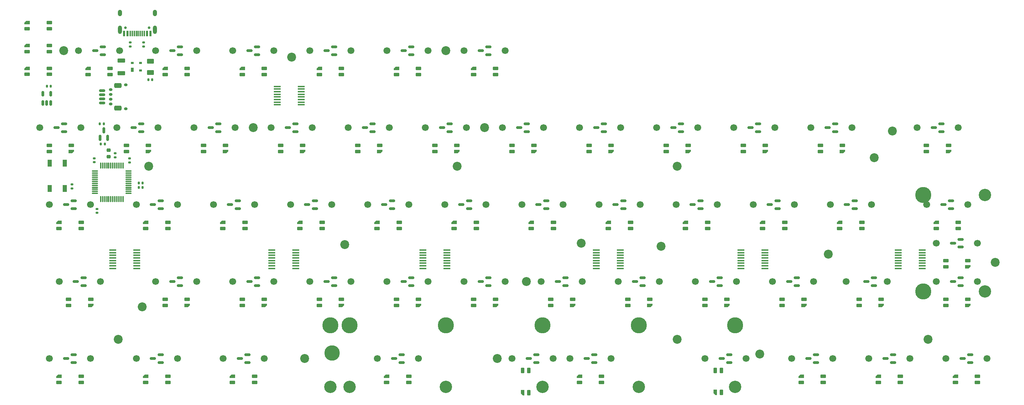
<source format=gbr>
G04 #@! TF.GenerationSoftware,KiCad,Pcbnew,(7.0.0)*
G04 #@! TF.CreationDate,2023-10-27T13:47:11+02:00*
G04 #@! TF.ProjectId,vootington V4N,766f6f74-696e-4677-946f-6e2056344e2e,rev?*
G04 #@! TF.SameCoordinates,Original*
G04 #@! TF.FileFunction,Soldermask,Bot*
G04 #@! TF.FilePolarity,Negative*
%FSLAX46Y46*%
G04 Gerber Fmt 4.6, Leading zero omitted, Abs format (unit mm)*
G04 Created by KiCad (PCBNEW (7.0.0)) date 2023-10-27 13:47:11*
%MOMM*%
%LPD*%
G01*
G04 APERTURE LIST*
G04 Aperture macros list*
%AMRoundRect*
0 Rectangle with rounded corners*
0 $1 Rounding radius*
0 $2 $3 $4 $5 $6 $7 $8 $9 X,Y pos of 4 corners*
0 Add a 4 corners polygon primitive as box body*
4,1,4,$2,$3,$4,$5,$6,$7,$8,$9,$2,$3,0*
0 Add four circle primitives for the rounded corners*
1,1,$1+$1,$2,$3*
1,1,$1+$1,$4,$5*
1,1,$1+$1,$6,$7*
1,1,$1+$1,$8,$9*
0 Add four rect primitives between the rounded corners*
20,1,$1+$1,$2,$3,$4,$5,0*
20,1,$1+$1,$4,$5,$6,$7,0*
20,1,$1+$1,$6,$7,$8,$9,0*
20,1,$1+$1,$8,$9,$2,$3,0*%
%AMFreePoly0*
4,1,18,-0.410000,0.593000,-0.403758,0.624380,-0.385983,0.650983,-0.359380,0.668758,-0.328000,0.675000,0.328000,0.675000,0.359380,0.668758,0.385983,0.650983,0.403758,0.624380,0.410000,0.593000,0.410000,-0.593000,0.403758,-0.624380,0.385983,-0.650983,0.359380,-0.668758,0.328000,-0.675000,0.000000,-0.675000,-0.410000,-0.265000,-0.410000,0.593000,-0.410000,0.593000,$1*%
G04 Aperture macros list end*
%ADD10C,2.200000*%
%ADD11C,1.700000*%
%ADD12C,3.048000*%
%ADD13C,3.987800*%
%ADD14C,3.800000*%
%ADD15RoundRect,0.082000X-0.328000X-0.593000X0.328000X-0.593000X0.328000X0.593000X-0.328000X0.593000X0*%
%ADD16FreePoly0,0.000000*%
%ADD17RoundRect,0.150000X0.150000X-0.512500X0.150000X0.512500X-0.150000X0.512500X-0.150000X-0.512500X0*%
%ADD18RoundRect,0.150000X0.587500X0.150000X-0.587500X0.150000X-0.587500X-0.150000X0.587500X-0.150000X0*%
%ADD19R,1.778000X0.419100*%
%ADD20RoundRect,0.082000X-0.593000X0.328000X-0.593000X-0.328000X0.593000X-0.328000X0.593000X0.328000X0*%
%ADD21FreePoly0,270.000000*%
%ADD22RoundRect,0.082000X0.593000X-0.328000X0.593000X0.328000X-0.593000X0.328000X-0.593000X-0.328000X0*%
%ADD23FreePoly0,90.000000*%
%ADD24R,1.100000X1.800000*%
%ADD25RoundRect,0.075000X0.662500X0.075000X-0.662500X0.075000X-0.662500X-0.075000X0.662500X-0.075000X0*%
%ADD26RoundRect,0.075000X0.075000X0.662500X-0.075000X0.662500X-0.075000X-0.662500X0.075000X-0.662500X0*%
%ADD27RoundRect,0.140000X0.140000X0.170000X-0.140000X0.170000X-0.140000X-0.170000X0.140000X-0.170000X0*%
%ADD28RoundRect,0.135000X0.185000X-0.135000X0.185000X0.135000X-0.185000X0.135000X-0.185000X-0.135000X0*%
%ADD29RoundRect,0.140000X-0.140000X-0.170000X0.140000X-0.170000X0.140000X0.170000X-0.140000X0.170000X0*%
%ADD30R,0.700000X1.000000*%
%ADD31R,0.700000X0.600000*%
%ADD32RoundRect,0.140000X-0.170000X0.140000X-0.170000X-0.140000X0.170000X-0.140000X0.170000X0.140000X0*%
%ADD33C,0.650000*%
%ADD34R,0.600000X1.450000*%
%ADD35R,0.300000X1.450000*%
%ADD36O,1.000000X1.600000*%
%ADD37O,1.000000X2.100000*%
%ADD38RoundRect,0.150000X-0.275000X0.150000X-0.275000X-0.150000X0.275000X-0.150000X0.275000X0.150000X0*%
%ADD39RoundRect,0.175000X-0.225000X0.175000X-0.225000X-0.175000X0.225000X-0.175000X0.225000X0.175000X0*%
%ADD40RoundRect,0.140000X0.170000X-0.140000X0.170000X0.140000X-0.170000X0.140000X-0.170000X-0.140000X0*%
%ADD41RoundRect,0.150000X-0.625000X0.150000X-0.625000X-0.150000X0.625000X-0.150000X0.625000X0.150000X0*%
%ADD42RoundRect,0.250000X-0.650000X0.350000X-0.650000X-0.350000X0.650000X-0.350000X0.650000X0.350000X0*%
%ADD43RoundRect,0.250000X0.700000X-0.275000X0.700000X0.275000X-0.700000X0.275000X-0.700000X-0.275000X0*%
%ADD44RoundRect,0.225000X0.250000X-0.225000X0.250000X0.225000X-0.250000X0.225000X-0.250000X-0.225000X0*%
%ADD45RoundRect,0.150000X0.150000X-0.587500X0.150000X0.587500X-0.150000X0.587500X-0.150000X-0.587500X0*%
%ADD46RoundRect,0.250000X-0.625000X0.375000X-0.625000X-0.375000X0.625000X-0.375000X0.625000X0.375000X0*%
G04 APERTURE END LIST*
D10*
X144462500Y-98425000D03*
X106744954Y-70226862D03*
D11*
X252888750Y-69850000D03*
X263048750Y-69850000D03*
D10*
X209309500Y-97302500D03*
D11*
X79057500Y-79375000D03*
X89217500Y-79375000D03*
X150495000Y-60325000D03*
X160655000Y-60325000D03*
X60007500Y-79375000D03*
X70167500Y-79375000D03*
X76676250Y-98425000D03*
X86836250Y-98425000D03*
X250507500Y-60325000D03*
X260667500Y-60325000D03*
X88582500Y-41275000D03*
X98742500Y-41275000D03*
X55245000Y-60325000D03*
X65405000Y-60325000D03*
D10*
X242093750Y-42068750D03*
D11*
X207645000Y-60325000D03*
X217805000Y-60325000D03*
X202882500Y-41275000D03*
X213042500Y-41275000D03*
X55245000Y-98425000D03*
X65405000Y-98425000D03*
D10*
X131762500Y-22225000D03*
D11*
X174307500Y-79375000D03*
X184467500Y-79375000D03*
X183832500Y-41275000D03*
X193992500Y-41275000D03*
D10*
X237562500Y-48674000D03*
D11*
X169545000Y-60325000D03*
X179705000Y-60325000D03*
D10*
X96837500Y-98425000D03*
D11*
X98107500Y-79375000D03*
X108267500Y-79375000D03*
X221932500Y-41275000D03*
X232092500Y-41275000D03*
X112395000Y-60325000D03*
X122555000Y-60325000D03*
D10*
X250825000Y-93662500D03*
D11*
X79057500Y-22225000D03*
X89217500Y-22225000D03*
X36195000Y-79375000D03*
X46355000Y-79375000D03*
D10*
X226218750Y-72531250D03*
D11*
X136207500Y-79375000D03*
X146367500Y-79375000D03*
X126682500Y-41275000D03*
X136842500Y-41275000D03*
X98107500Y-22225000D03*
X108267500Y-22225000D03*
X188595000Y-60325000D03*
X198755000Y-60325000D03*
X50482500Y-41275000D03*
X60642500Y-41275000D03*
D10*
X188912500Y-93662500D03*
D11*
X40957500Y-22225000D03*
X51117500Y-22225000D03*
D12*
X131762500Y-105410000D03*
D13*
X131762500Y-90170000D03*
D12*
X107950000Y-105410000D03*
D13*
X107950000Y-90170000D03*
D14*
X103662500Y-97024000D03*
D11*
X193357500Y-79375000D03*
X203517500Y-79375000D03*
X69532500Y-41275000D03*
X79692500Y-41275000D03*
D10*
X84137500Y-41275000D03*
X188912500Y-50800000D03*
D11*
X107632500Y-41275000D03*
X117792500Y-41275000D03*
D10*
X56715000Y-85573750D03*
D13*
X249713750Y-57943750D03*
X249713750Y-81756250D03*
D12*
X264953750Y-57943750D03*
X264953750Y-81756250D03*
D11*
X248126250Y-41275000D03*
X258286250Y-41275000D03*
X212407500Y-79375000D03*
X222567500Y-79375000D03*
X145732500Y-41275000D03*
X155892500Y-41275000D03*
X117157500Y-22225000D03*
X127317500Y-22225000D03*
D10*
X141287500Y-41275000D03*
X267493750Y-74612500D03*
X184943750Y-70643750D03*
D11*
X117157500Y-79375000D03*
X127317500Y-79375000D03*
X236220000Y-98425000D03*
X246380000Y-98425000D03*
D10*
X134512500Y-50800000D03*
D12*
X203193650Y-105410000D03*
D13*
X203193650Y-90170000D03*
D12*
X103181150Y-105410000D03*
D13*
X103181150Y-90170000D03*
D11*
X136207500Y-22225000D03*
X146367500Y-22225000D03*
X230663750Y-79375000D03*
X240823750Y-79375000D03*
X217170000Y-98425000D03*
X227330000Y-98425000D03*
X162401250Y-98425000D03*
X172561250Y-98425000D03*
X226695000Y-60325000D03*
X236855000Y-60325000D03*
X114776250Y-98425000D03*
X124936250Y-98425000D03*
X93345000Y-60325000D03*
X103505000Y-60325000D03*
X195738750Y-98425000D03*
X205898750Y-98425000D03*
X74295000Y-60325000D03*
X84455000Y-60325000D03*
X164782500Y-41275000D03*
X174942500Y-41275000D03*
X33813750Y-98425000D03*
X43973750Y-98425000D03*
D10*
X50800000Y-93662500D03*
D11*
X131445000Y-60325000D03*
X141605000Y-60325000D03*
X33813750Y-60325000D03*
X43973750Y-60325000D03*
X148107400Y-98425000D03*
X158267400Y-98425000D03*
X252888750Y-79375000D03*
X263048750Y-79375000D03*
D10*
X37306250Y-22225000D03*
D11*
X31432500Y-41275000D03*
X41592500Y-41275000D03*
D10*
X165162500Y-69850000D03*
D11*
X155257500Y-79375000D03*
X165417500Y-79375000D03*
X255270000Y-98425000D03*
X265430000Y-98425000D03*
X60007500Y-22225000D03*
X70167500Y-22225000D03*
D10*
X151606250Y-79375000D03*
D12*
X179387500Y-105410000D03*
D13*
X179387500Y-90170000D03*
D12*
X155575000Y-105410000D03*
D13*
X155575000Y-90170000D03*
D10*
X93662500Y-23812500D03*
X58312500Y-50800000D03*
D15*
X152212750Y-101395000D03*
X150712750Y-101395000D03*
X152212750Y-106845000D03*
D16*
X150712749Y-106844999D03*
D17*
X34093250Y-35172250D03*
X33143250Y-35172250D03*
X32193250Y-35172250D03*
X32193250Y-32897250D03*
X34093250Y-32897250D03*
D18*
X258906250Y-68900000D03*
X258906250Y-70800000D03*
X257031250Y-69850000D03*
D19*
X210569635Y-71563904D03*
X210569635Y-72214144D03*
X210569635Y-72864384D03*
X210569635Y-73514624D03*
X210569635Y-74159784D03*
X210569635Y-74810024D03*
X210569635Y-75460264D03*
X210569635Y-76110504D03*
X204620955Y-76110504D03*
X204620955Y-75460264D03*
X204620955Y-74810024D03*
X204620955Y-74159784D03*
X204620955Y-73514624D03*
X204620955Y-72864384D03*
X204620955Y-72214144D03*
X204620955Y-71563904D03*
D20*
X41618750Y-104279000D03*
X41618750Y-102779000D03*
X36168750Y-104279000D03*
D21*
X36168749Y-102778999D03*
D18*
X201756250Y-97475000D03*
X201756250Y-99375000D03*
X199881250Y-98425000D03*
D22*
X109987500Y-45629000D03*
X109987500Y-47129000D03*
X115437500Y-45629000D03*
D23*
X115437499Y-47128999D03*
D18*
X39831250Y-97475000D03*
X39831250Y-99375000D03*
X37956250Y-98425000D03*
D22*
X38550000Y-83729000D03*
X38550000Y-85229000D03*
X44000000Y-83729000D03*
D23*
X43999999Y-85228999D03*
D18*
X151750000Y-40325000D03*
X151750000Y-42225000D03*
X149875000Y-41275000D03*
D22*
X214762500Y-83729000D03*
X214762500Y-85229000D03*
X220212500Y-83729000D03*
D23*
X220212499Y-85228999D03*
D20*
X263075000Y-104279000D03*
X263075000Y-102779000D03*
X257625000Y-104279000D03*
D21*
X257624999Y-102778999D03*
D18*
X85075000Y-78425000D03*
X85075000Y-80325000D03*
X83200000Y-79375000D03*
X120793750Y-97475000D03*
X120793750Y-99375000D03*
X118918750Y-98425000D03*
D24*
X33868749Y-50081249D03*
X33868749Y-56281249D03*
X37568749Y-50081249D03*
X37568749Y-56281249D03*
D25*
X53375000Y-52018750D03*
X53375000Y-52518750D03*
X53375000Y-53018750D03*
X53375000Y-53518750D03*
X53375000Y-54018750D03*
X53375000Y-54518750D03*
X53375000Y-55018750D03*
X53375000Y-55518750D03*
X53375000Y-56018750D03*
X53375000Y-56518750D03*
X53375000Y-57018750D03*
X53375000Y-57518750D03*
D26*
X51962500Y-58931250D03*
X51462500Y-58931250D03*
X50962500Y-58931250D03*
X50462500Y-58931250D03*
X49962500Y-58931250D03*
X49462500Y-58931250D03*
X48962500Y-58931250D03*
X48462500Y-58931250D03*
X47962500Y-58931250D03*
X47462500Y-58931250D03*
X46962500Y-58931250D03*
X46462500Y-58931250D03*
D25*
X45050000Y-57518750D03*
X45050000Y-57018750D03*
X45050000Y-56518750D03*
X45050000Y-56018750D03*
X45050000Y-55518750D03*
X45050000Y-55018750D03*
X45050000Y-54518750D03*
X45050000Y-54018750D03*
X45050000Y-53518750D03*
X45050000Y-53018750D03*
X45050000Y-52518750D03*
X45050000Y-52018750D03*
D26*
X46462500Y-50606250D03*
X46962500Y-50606250D03*
X47462500Y-50606250D03*
X47962500Y-50606250D03*
X48462500Y-50606250D03*
X48962500Y-50606250D03*
X49462500Y-50606250D03*
X49962500Y-50606250D03*
X50462500Y-50606250D03*
X50962500Y-50606250D03*
X51462500Y-50606250D03*
X51962500Y-50606250D03*
D22*
X186187500Y-45629000D03*
X186187500Y-47129000D03*
X191637500Y-45629000D03*
D23*
X191637499Y-47128999D03*
D27*
X59217500Y-29368750D03*
X58257500Y-29368750D03*
D20*
X84481250Y-104279000D03*
X84481250Y-102779000D03*
X79031250Y-104279000D03*
D21*
X79031249Y-102778999D03*
D20*
X33737500Y-16790000D03*
X33737500Y-15290000D03*
X28287500Y-16790000D03*
D21*
X28287499Y-15289999D03*
D28*
X53721589Y-21147501D03*
X53721589Y-20127501D03*
D29*
X55866106Y-54997317D03*
X56826106Y-54997317D03*
D20*
X63050000Y-66179000D03*
X63050000Y-64679000D03*
X57600000Y-66179000D03*
D21*
X57599999Y-64678999D03*
D20*
X101150000Y-66179000D03*
X101150000Y-64679000D03*
X95700000Y-66179000D03*
D21*
X95699999Y-64678999D03*
D18*
X199375000Y-78425000D03*
X199375000Y-80325000D03*
X197500000Y-79375000D03*
X137462500Y-59375000D03*
X137462500Y-61275000D03*
X135587500Y-60325000D03*
D30*
X54309088Y-26943749D03*
D31*
X54309088Y-25243749D03*
X56309088Y-25243749D03*
X56309088Y-27143749D03*
D18*
X227950000Y-40325000D03*
X227950000Y-42225000D03*
X226075000Y-41275000D03*
X256525000Y-59375000D03*
X256525000Y-61275000D03*
X254650000Y-60325000D03*
X156512500Y-59375000D03*
X156512500Y-61275000D03*
X154637500Y-60325000D03*
D29*
X46250752Y-40310060D03*
X47210752Y-40310060D03*
D18*
X66025000Y-21275000D03*
X66025000Y-23175000D03*
X64150000Y-22225000D03*
D22*
X71887500Y-45629000D03*
X71887500Y-47129000D03*
X77337500Y-45629000D03*
D23*
X77337499Y-47128999D03*
D20*
X120200000Y-66179000D03*
X120200000Y-64679000D03*
X114750000Y-66179000D03*
D21*
X114749999Y-64678999D03*
D20*
X215450000Y-66179000D03*
X215450000Y-64679000D03*
X210000000Y-66179000D03*
D21*
X209999999Y-64678999D03*
D20*
X33737500Y-28055000D03*
X33737500Y-26555000D03*
X28287500Y-28055000D03*
D21*
X28287499Y-26554999D03*
D22*
X255243750Y-74204000D03*
X255243750Y-75704000D03*
X260693750Y-74204000D03*
D23*
X260693749Y-75703999D03*
D18*
X123175000Y-21275000D03*
X123175000Y-23175000D03*
X121300000Y-22225000D03*
X142225000Y-78425000D03*
X142225000Y-80325000D03*
X140350000Y-79375000D03*
D22*
X33787500Y-45629000D03*
X33787500Y-47129000D03*
X39237500Y-45629000D03*
D23*
X39237499Y-47128999D03*
D18*
X132700000Y-40325000D03*
X132700000Y-42225000D03*
X130825000Y-41275000D03*
D29*
X55859704Y-56073622D03*
X56819704Y-56073622D03*
D20*
X67812500Y-28079000D03*
X67812500Y-26579000D03*
X62362500Y-28079000D03*
D21*
X62362499Y-26578999D03*
D18*
X154131250Y-97475000D03*
X154131250Y-99375000D03*
X152256250Y-98425000D03*
D28*
X57037122Y-21176841D03*
X57037122Y-20156841D03*
D20*
X41618750Y-66179000D03*
X41618750Y-64679000D03*
X36168750Y-66179000D03*
D21*
X36168749Y-64678999D03*
D22*
X195712500Y-83729000D03*
X195712500Y-85229000D03*
X201162500Y-83729000D03*
D23*
X201162499Y-85228999D03*
D18*
X123175000Y-78425000D03*
X123175000Y-80325000D03*
X121300000Y-79375000D03*
D22*
X224287500Y-45629000D03*
X224287500Y-47129000D03*
X229737500Y-45629000D03*
D23*
X229737499Y-47128999D03*
D18*
X82693750Y-97475000D03*
X82693750Y-99375000D03*
X80818750Y-98425000D03*
D32*
X45574303Y-61406884D03*
X45574303Y-62366884D03*
D15*
X199825749Y-101338000D03*
X198325749Y-101338000D03*
X199825749Y-106788000D03*
D16*
X198325748Y-106787999D03*
D18*
X180325000Y-78425000D03*
X180325000Y-80325000D03*
X178450000Y-79375000D03*
X104125000Y-21275000D03*
X104125000Y-23175000D03*
X102250000Y-22225000D03*
D20*
X144012500Y-28079000D03*
X144012500Y-26579000D03*
X138562500Y-28079000D03*
D21*
X138562499Y-26578999D03*
D18*
X66025000Y-78425000D03*
X66025000Y-80325000D03*
X64150000Y-79375000D03*
D19*
X55361839Y-71545449D03*
X55361839Y-72195689D03*
X55361839Y-72845929D03*
X55361839Y-73496169D03*
X55361839Y-74141329D03*
X55361839Y-74791569D03*
X55361839Y-75441809D03*
X55361839Y-76092049D03*
X49413159Y-76092049D03*
X49413159Y-75441809D03*
X49413159Y-74791569D03*
X49413159Y-74141329D03*
X49413159Y-73496169D03*
X49413159Y-72845929D03*
X49413159Y-72195689D03*
X49413159Y-71545449D03*
D18*
X37450000Y-40325000D03*
X37450000Y-42225000D03*
X35575000Y-41275000D03*
X237475000Y-78425000D03*
X237475000Y-80325000D03*
X235600000Y-79375000D03*
X261287500Y-97475000D03*
X261287500Y-99375000D03*
X259412500Y-98425000D03*
X61262500Y-97475000D03*
X61262500Y-99375000D03*
X59387500Y-98425000D03*
X113650000Y-40325000D03*
X113650000Y-42225000D03*
X111775000Y-41275000D03*
X104125000Y-78425000D03*
X104125000Y-80325000D03*
X102250000Y-79375000D03*
X56500000Y-40325000D03*
X56500000Y-42225000D03*
X54625000Y-41275000D03*
D33*
X52609000Y-16490625D03*
X58389000Y-16490625D03*
D34*
X52248999Y-17935624D03*
X53048999Y-17935624D03*
D35*
X54248999Y-17935624D03*
X55248999Y-17935624D03*
X55748999Y-17935624D03*
X56748999Y-17935624D03*
D34*
X57948999Y-17935624D03*
X58748999Y-17935624D03*
X58748999Y-17935624D03*
X57948999Y-17935624D03*
D35*
X57248999Y-17935624D03*
X56248999Y-17935624D03*
X54748999Y-17935624D03*
X53748999Y-17935624D03*
D34*
X53048999Y-17935624D03*
X52248999Y-17935624D03*
D36*
X51178999Y-12840624D03*
D37*
X51178999Y-17020624D03*
D36*
X59818999Y-12840624D03*
D37*
X59818999Y-17020624D03*
D38*
X48925000Y-31831250D03*
X48925000Y-33031250D03*
X48925000Y-34231250D03*
X48925000Y-35431250D03*
D39*
X52700000Y-30681250D03*
X52700000Y-36581250D03*
D18*
X170800000Y-40325000D03*
X170800000Y-42225000D03*
X168925000Y-41275000D03*
D20*
X124962500Y-28079000D03*
X124962500Y-26579000D03*
X119512500Y-28079000D03*
D21*
X119512499Y-26578999D03*
D19*
X96043749Y-31064199D03*
X96043749Y-31714439D03*
X96043749Y-32364679D03*
X96043749Y-33014919D03*
X96043749Y-33660079D03*
X96043749Y-34310319D03*
X96043749Y-34960559D03*
X96043749Y-35610799D03*
X90095069Y-35610799D03*
X90095069Y-34960559D03*
X90095069Y-34310319D03*
X90095069Y-33660079D03*
X90095069Y-33014919D03*
X90095069Y-32364679D03*
X90095069Y-31714439D03*
X90095069Y-31064199D03*
D18*
X223187500Y-97475000D03*
X223187500Y-99375000D03*
X221312500Y-98425000D03*
D20*
X224975000Y-104279000D03*
X224975000Y-102779000D03*
X219525000Y-104279000D03*
D21*
X219524999Y-102778999D03*
D19*
X174850885Y-71543434D03*
X174850885Y-72193674D03*
X174850885Y-72843914D03*
X174850885Y-73494154D03*
X174850885Y-74139314D03*
X174850885Y-74789554D03*
X174850885Y-75439794D03*
X174850885Y-76090034D03*
X168902205Y-76090034D03*
X168902205Y-75439794D03*
X168902205Y-74789554D03*
X168902205Y-74139314D03*
X168902205Y-73494154D03*
X168902205Y-72843914D03*
X168902205Y-72193674D03*
X168902205Y-71543434D03*
D22*
X250481250Y-45629000D03*
X250481250Y-47129000D03*
X255931250Y-45629000D03*
D23*
X255931249Y-47128999D03*
D20*
X82100000Y-66179000D03*
X82100000Y-64679000D03*
X76650000Y-66179000D03*
D21*
X76649999Y-64678999D03*
D18*
X61262500Y-59375000D03*
X61262500Y-61275000D03*
X59387500Y-60325000D03*
X80312500Y-59375000D03*
X80312500Y-61275000D03*
X78437500Y-60325000D03*
D40*
X44848806Y-49792201D03*
X44848806Y-48832201D03*
D20*
X234500000Y-66179000D03*
X234500000Y-64679000D03*
X229050000Y-66179000D03*
D21*
X229049999Y-64678999D03*
D20*
X86862500Y-28079000D03*
X86862500Y-26579000D03*
X81412500Y-28079000D03*
D21*
X81412499Y-26578999D03*
D41*
X46837697Y-32131250D03*
X46837697Y-33131250D03*
X46837697Y-34131250D03*
X46837697Y-35131250D03*
D42*
X50712697Y-30831250D03*
X50712697Y-36431250D03*
D18*
X118412500Y-59375000D03*
X118412500Y-61275000D03*
X116537500Y-60325000D03*
D40*
X50006250Y-48582962D03*
X50006250Y-47622962D03*
D18*
X175562500Y-59375000D03*
X175562500Y-61275000D03*
X173687500Y-60325000D03*
D27*
X47456127Y-45346072D03*
X46496127Y-45346072D03*
D22*
X205237500Y-45629000D03*
X205237500Y-47129000D03*
X210687500Y-45629000D03*
D23*
X210687499Y-47128999D03*
D28*
X39379783Y-56280538D03*
X39379783Y-55260538D03*
D22*
X129037500Y-45629000D03*
X129037500Y-47129000D03*
X134487500Y-45629000D03*
D23*
X134487499Y-47128999D03*
D20*
X158300000Y-66179000D03*
X158300000Y-64679000D03*
X152850000Y-66179000D03*
D21*
X152849999Y-64678999D03*
D22*
X100462500Y-83729000D03*
X100462500Y-85229000D03*
X105912500Y-83729000D03*
D23*
X105912499Y-85228999D03*
D22*
X233812500Y-83729000D03*
X233812500Y-85229000D03*
X239262500Y-83729000D03*
D23*
X239262499Y-85228999D03*
D22*
X90937500Y-45629000D03*
X90937500Y-47129000D03*
X96387500Y-45629000D03*
D23*
X96387499Y-47128999D03*
D19*
X249463385Y-71563904D03*
X249463385Y-72214144D03*
X249463385Y-72864384D03*
X249463385Y-73514624D03*
X249463385Y-74159784D03*
X249463385Y-74810024D03*
X249463385Y-75460264D03*
X249463385Y-76110504D03*
X243514705Y-76110504D03*
X243514705Y-75460264D03*
X243514705Y-74810024D03*
X243514705Y-74159784D03*
X243514705Y-73514624D03*
X243514705Y-72864384D03*
X243514705Y-72214144D03*
X243514705Y-71563904D03*
D20*
X105912500Y-28079000D03*
X105912500Y-26579000D03*
X100462500Y-28079000D03*
D21*
X100462499Y-26578999D03*
D20*
X33737500Y-22422500D03*
X33737500Y-20922500D03*
X28287500Y-22422500D03*
D21*
X28287499Y-20922499D03*
D43*
X51593750Y-27768750D03*
X51593750Y-24618750D03*
D20*
X244025000Y-104279000D03*
X244025000Y-102779000D03*
X238575000Y-104279000D03*
D21*
X238574999Y-102778999D03*
D22*
X81412500Y-83729000D03*
X81412500Y-85229000D03*
X86862500Y-83729000D03*
D23*
X86862499Y-85228999D03*
D22*
X255243750Y-83729000D03*
X255243750Y-85229000D03*
X260693750Y-83729000D03*
D23*
X260693749Y-85228999D03*
D22*
X157612500Y-83729000D03*
X157612500Y-85229000D03*
X163062500Y-83729000D03*
D23*
X163062499Y-85228999D03*
D40*
X53577271Y-49854806D03*
X53577271Y-48894806D03*
D22*
X138562500Y-83729000D03*
X138562500Y-85229000D03*
X144012500Y-83729000D03*
D23*
X144012499Y-85228999D03*
D18*
X39831250Y-59375000D03*
X39831250Y-61275000D03*
X37956250Y-60325000D03*
X94600000Y-40325000D03*
X94600000Y-42225000D03*
X92725000Y-41275000D03*
X189850000Y-40325000D03*
X189850000Y-42225000D03*
X187975000Y-41275000D03*
X242237500Y-97475000D03*
X242237500Y-99375000D03*
X240362500Y-98425000D03*
D22*
X167137500Y-45629000D03*
X167137500Y-47129000D03*
X172587500Y-45629000D03*
D23*
X172587499Y-47128999D03*
D18*
X232712500Y-59375000D03*
X232712500Y-61275000D03*
X230837500Y-60325000D03*
X99362500Y-59375000D03*
X99362500Y-61275000D03*
X97487500Y-60325000D03*
X168418750Y-97475000D03*
X168418750Y-99375000D03*
X166543750Y-98425000D03*
D20*
X139250000Y-66179000D03*
X139250000Y-64679000D03*
X133800000Y-66179000D03*
D21*
X133799999Y-64678999D03*
D18*
X218425000Y-78425000D03*
X218425000Y-80325000D03*
X216550000Y-79375000D03*
X254143750Y-40325000D03*
X254143750Y-42225000D03*
X252268750Y-41275000D03*
D22*
X148087500Y-45629000D03*
X148087500Y-47129000D03*
X153537500Y-45629000D03*
D23*
X153537499Y-47128999D03*
D18*
X213662500Y-59375000D03*
X213662500Y-61275000D03*
X211787500Y-60325000D03*
D20*
X258312500Y-66179000D03*
X258312500Y-64679000D03*
X252862500Y-66179000D03*
D21*
X252862499Y-64678999D03*
D20*
X177350000Y-66179000D03*
X177350000Y-64679000D03*
X171900000Y-66179000D03*
D21*
X171899999Y-64678999D03*
D44*
X48418750Y-48400000D03*
X48418750Y-46850000D03*
D18*
X46975000Y-21275000D03*
X46975000Y-23175000D03*
X45100000Y-22225000D03*
D22*
X119512500Y-83729000D03*
X119512500Y-85229000D03*
X124962500Y-83729000D03*
D23*
X124962499Y-85228999D03*
D18*
X194612500Y-59375000D03*
X194612500Y-61275000D03*
X192737500Y-60325000D03*
X161275000Y-78425000D03*
X161275000Y-80325000D03*
X159400000Y-79375000D03*
X42212500Y-78425000D03*
X42212500Y-80325000D03*
X40337500Y-79375000D03*
D19*
X94682135Y-71545449D03*
X94682135Y-72195689D03*
X94682135Y-72845929D03*
X94682135Y-73496169D03*
X94682135Y-74141329D03*
X94682135Y-74791569D03*
X94682135Y-75441809D03*
X94682135Y-76092049D03*
X88733455Y-76092049D03*
X88733455Y-75441809D03*
X88733455Y-74791569D03*
X88733455Y-74141329D03*
X88733455Y-73496169D03*
X88733455Y-72845929D03*
X88733455Y-72195689D03*
X88733455Y-71545449D03*
D18*
X258906250Y-78425000D03*
X258906250Y-80325000D03*
X257031250Y-79375000D03*
X85075000Y-21275000D03*
X85075000Y-23175000D03*
X83200000Y-22225000D03*
D19*
X131988385Y-71543434D03*
X131988385Y-72193674D03*
X131988385Y-72843914D03*
X131988385Y-73494154D03*
X131988385Y-74139314D03*
X131988385Y-74789554D03*
X131988385Y-75439794D03*
X131988385Y-76090034D03*
X126039705Y-76090034D03*
X126039705Y-75439794D03*
X126039705Y-74789554D03*
X126039705Y-74139314D03*
X126039705Y-73494154D03*
X126039705Y-72843914D03*
X126039705Y-72193674D03*
X126039705Y-71543434D03*
D29*
X33171250Y-30956250D03*
X34131250Y-30956250D03*
D18*
X208900000Y-40325000D03*
X208900000Y-42225000D03*
X207025000Y-41275000D03*
D45*
X48187212Y-43800000D03*
X46287212Y-43800000D03*
X47237212Y-41925000D03*
D20*
X170206250Y-104279000D03*
X170206250Y-102779000D03*
X164756250Y-104279000D03*
D21*
X164756249Y-102778999D03*
D46*
X58737500Y-24793750D03*
X58737500Y-27593750D03*
D20*
X48762500Y-28079000D03*
X48762500Y-26579000D03*
X43312500Y-28079000D03*
D21*
X43312499Y-26578999D03*
D22*
X52837500Y-45629000D03*
X52837500Y-47129000D03*
X58287500Y-45629000D03*
D23*
X58287499Y-47128999D03*
D18*
X142225000Y-21275000D03*
X142225000Y-23175000D03*
X140350000Y-22225000D03*
X75550000Y-40325000D03*
X75550000Y-42225000D03*
X73675000Y-41275000D03*
D22*
X176662500Y-83729000D03*
X176662500Y-85229000D03*
X182112500Y-83729000D03*
D23*
X182112499Y-85228999D03*
D22*
X62362500Y-83729000D03*
X62362500Y-85229000D03*
X67812500Y-83729000D03*
D23*
X67812499Y-85228999D03*
D20*
X63050000Y-104279000D03*
X63050000Y-102779000D03*
X57600000Y-104279000D03*
D21*
X57599999Y-102778999D03*
D20*
X196400000Y-66179000D03*
X196400000Y-64679000D03*
X190950000Y-66179000D03*
D21*
X190949999Y-64678999D03*
D20*
X122581250Y-104279000D03*
X122581250Y-102779000D03*
X117131250Y-104279000D03*
D21*
X117131249Y-102778999D03*
M02*

</source>
